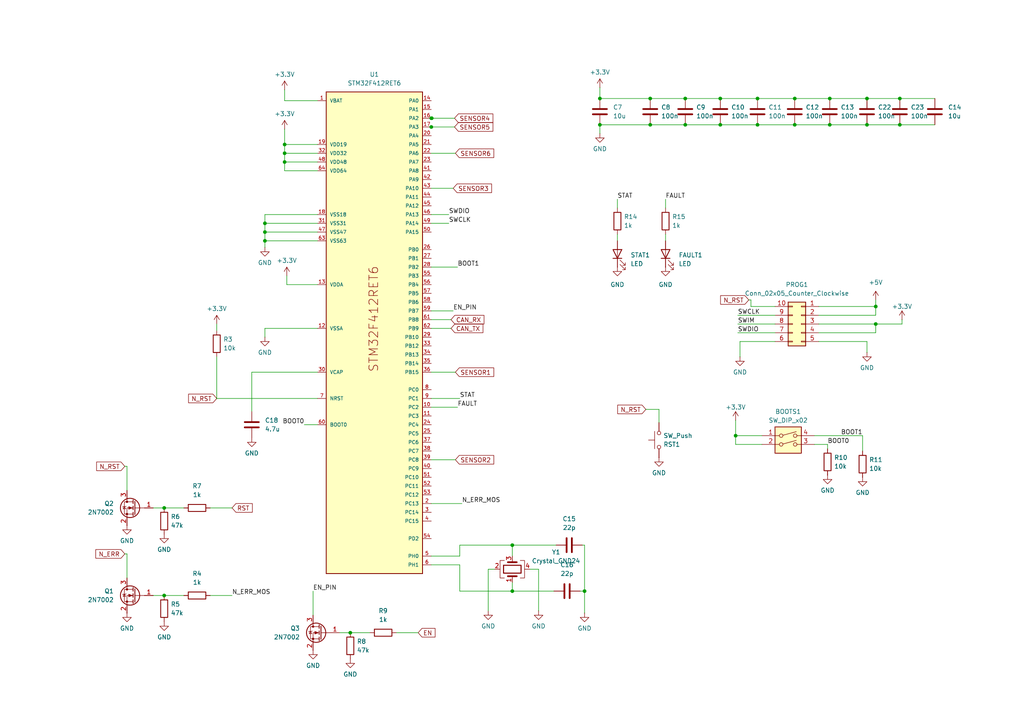
<source format=kicad_sch>
(kicad_sch (version 20231120) (generator "eeschema") (generator_version "8.0")
  (paper "A4")
  (lib_symbols
    (symbol "Connector_Generic:Conn_02x05_Counter_Clockwise" (pin_names (offset 1.016) hide)
      (property "Reference" "J" (at 1.27 7.62 0))
      (property "Value" "Conn_02x05_Counter_Clockwise" (at 1.27 -7.62 0))
      (symbol "Conn_02x05_Counter_Clockwise_1_1"
        (rectangle (start -1.27 -4.953) (end 0 -5.207) (stroke (width 0.1524)))
        (rectangle (start -1.27 -2.413) (end 0 -2.667) (stroke (width 0.1524)))
        (rectangle (start -1.27 0.127) (end 0 -0.127) (stroke (width 0.1524)))
        (rectangle (start -1.27 2.667) (end 0 2.413) (stroke (width 0.1524)))
        (rectangle (start -1.27 5.207) (end 0 4.953) (stroke (width 0.1524)))
        (rectangle (start -1.27 6.35) (end 3.81 -6.35) (stroke (width 0.254)) (fill (type background)))
        (rectangle (start 3.81 -4.953) (end 2.54 -5.207) (stroke (width 0.1524)))
        (rectangle (start 3.81 -2.413) (end 2.54 -2.667) (stroke (width 0.1524)))
        (rectangle (start 3.81 0.127) (end 2.54 -0.127) (stroke (width 0.1524)))
        (rectangle (start 3.81 2.667) (end 2.54 2.413) (stroke (width 0.1524)))
        (rectangle (start 3.81 5.207) (end 2.54 4.953) (stroke (width 0.1524)))
        (pin passive line (at -5.08 5.08 0) (length 3.81) (name "Pin_1") (number "1"))
        (pin passive line (at 7.62 5.08 180) (length 3.81) (name "Pin_10") (number "10"))
        (pin passive line (at -5.08 2.54 0) (length 3.81) (name "Pin_2") (number "2"))
        (pin passive line (at -5.08 0 0) (length 3.81) (name "Pin_3") (number "3"))
        (pin passive line (at -5.08 -2.54 0) (length 3.81) (name "Pin_4") (number "4"))
        (pin passive line (at -5.08 -5.08 0) (length 3.81) (name "Pin_5") (number "5"))
        (pin passive line (at 7.62 -5.08 180) (length 3.81) (name "Pin_6") (number "6"))
        (pin passive line (at 7.62 -2.54 180) (length 3.81) (name "Pin_7") (number "7"))
        (pin passive line (at 7.62 0 180) (length 3.81) (name "Pin_8") (number "8"))
        (pin passive line (at 7.62 2.54 180) (length 3.81) (name "Pin_9") (number "9"))
      )
    )
    (symbol "Device:C" (pin_numbers hide) (pin_names (offset 0.254))
      (property "Reference" "C" (at 0.635 2.54 0))
      (property "Value" "C" (at 0.635 -2.54 0))
      (symbol "C_0_1"
        (polyline (pts (xy -2.032 -0.762) (xy 2.032 -0.762)) (stroke (width 0.508)))
        (polyline (pts (xy -2.032 0.762) (xy 2.032 0.762)) (stroke (width 0.508)))
      )
      (symbol "C_1_1"
        (pin passive line (at 0 3.81 270) (length 2.794) (name "~") (number "1"))
        (pin passive line (at 0 -3.81 90) (length 2.794) (name "~") (number "2"))
      )
    )
    (symbol "Device:Crystal_GND24" (pin_names (offset 1.016) hide)
      (property "Reference" "Y" (at 3.175 5.08 0))
      (property "Value" "Crystal_GND24" (at 3.175 3.175 0))
      (symbol "Crystal_GND24_0_1"
        (rectangle (start -1.143 2.54) (end 1.143 -2.54) (stroke (width 0.3048)))
        (polyline (pts (xy -2.54 0) (xy -2.032 0)))
        (polyline (pts (xy -2.032 -1.27) (xy -2.032 1.27)) (stroke (width 0.508)))
        (polyline (pts (xy 0 -3.81) (xy 0 -3.556)))
        (polyline (pts (xy 0 3.556) (xy 0 3.81)))
        (polyline (pts (xy 2.032 -1.27) (xy 2.032 1.27)) (stroke (width 0.508)))
        (polyline (pts (xy 2.032 0) (xy 2.54 0)))
        (polyline (pts (xy -2.54 -2.286) (xy -2.54 -3.556) (xy 2.54 -3.556) (xy 2.54 -2.286)))
        (polyline (pts (xy -2.54 2.286) (xy -2.54 3.556) (xy 2.54 3.556) (xy 2.54 2.286)))
      )
      (symbol "Crystal_GND24_1_1"
        (pin passive line (at -3.81 0 0) (length 1.27) (name "1") (number "1"))
        (pin passive line (at 0 5.08 270) (length 1.27) (name "2") (number "2"))
        (pin passive line (at 3.81 0 180) (length 1.27) (name "3") (number "3"))
        (pin passive line (at 0 -5.08 90) (length 1.27) (name "4") (number "4"))
      )
    )
    (symbol "Device:LED" (pin_numbers hide) (pin_names (offset 1.016) hide)
      (property "Reference" "D" (at 0 2.54 0))
      (property "Value" "LED" (at 0 -2.54 0))
      (symbol "LED_0_1"
        (polyline (pts (xy -1.27 -1.27) (xy -1.27 1.27)) (stroke (width 0.254)))
        (polyline (pts (xy -1.27 0) (xy 1.27 0)))
        (polyline (pts (xy 1.27 -1.27) (xy 1.27 1.27) (xy -1.27 0) (xy 1.27 -1.27)) (stroke (width 0.254)))
        (polyline (pts (xy -3.048 -0.762) (xy -4.572 -2.286) (xy -3.81 -2.286) (xy -4.572 -2.286) (xy -4.572 -1.524)))
        (polyline (pts (xy -1.778 -0.762) (xy -3.302 -2.286) (xy -2.54 -2.286) (xy -3.302 -2.286) (xy -3.302 -1.524)))
      )
      (symbol "LED_1_1"
        (pin passive line (at -3.81 0 0) (length 2.54) (name "K") (number "1"))
        (pin passive line (at 3.81 0 180) (length 2.54) (name "A") (number "2"))
      )
    )
    (symbol "Device:R" (pin_numbers hide) (pin_names (offset 0))
      (property "Reference" "R" (at 2.032 0 90))
      (property "Value" "R" (at 0 0 90))
      (symbol "R_0_1"
        (rectangle (start -1.016 -2.54) (end 1.016 2.54) (stroke (width 0.254)))
      )
      (symbol "R_1_1"
        (pin passive line (at 0 3.81 270) (length 1.27) (name "~") (number "1"))
        (pin passive line (at 0 -3.81 90) (length 1.27) (name "~") (number "2"))
      )
    )
    (symbol "GND_1" (power) (pin_numbers hide) (pin_names (offset 0) hide)
      (property "Value" "GND" (at 0 -3.81 0))
      (symbol "GND_1_0_1"
        (polyline (pts (xy 0 0) (xy 0 -1.27) (xy 1.27 -1.27) (xy 0 -2.54) (xy -1.27 -1.27) (xy 0 -1.27)))
      )
      (symbol "GND_1_1_1"
        (pin power_in line (at 0 0 270) (length 0) (name "~") (number "1"))
      )
    )
    (symbol "STM32F412RET6:STM32F412RET6" (pin_names (offset 1.016))
      (property "Reference" "U" (at 0 140.208 0))
      (property "Value" "STM32F412RET6" (at 0 -2.54 0))
      (symbol "STM32F412RET6_0_0"
        (rectangle (start 0 0) (end 27.94 139.7) (stroke (width 0.254)) (fill (type background)))
        (text "STM32F412RET6" (at 15.24 58.42 900) (effects (font (size 2.54 2.54)) (justify left bottom)))
        (pin power_in line (at -2.54 137.16 0) (length 2.54) (name "VBAT") (number "1"))
        (pin bidirectional line (at 30.48 48.26 180) (length 2.54) (name "PC2") (number "10"))
        (pin bidirectional line (at 30.48 45.72 180) (length 2.54) (name "PC3") (number "11"))
        (pin power_in line (at -2.54 71.12 0) (length 2.54) (name "VSSA") (number "12"))
        (pin power_in line (at -2.54 83.82 0) (length 2.54) (name "VDDA") (number "13"))
        (pin bidirectional line (at 30.48 137.16 180) (length 2.54) (name "PA0") (number "14"))
        (pin bidirectional line (at 30.48 134.62 180) (length 2.54) (name "PA1") (number "15"))
        (pin bidirectional line (at 30.48 132.08 180) (length 2.54) (name "PA2") (number "16"))
        (pin bidirectional line (at 30.48 129.54 180) (length 2.54) (name "PA3") (number "17"))
        (pin power_in line (at -2.54 104.14 0) (length 2.54) (name "VSS18") (number "18"))
        (pin power_in line (at -2.54 124.46 0) (length 2.54) (name "VDD19") (number "19"))
        (pin bidirectional line (at 30.48 20.32 180) (length 2.54) (name "PC13") (number "2"))
        (pin bidirectional line (at 30.48 127 180) (length 2.54) (name "PA4") (number "20"))
        (pin bidirectional line (at 30.48 124.46 180) (length 2.54) (name "PA5") (number "21"))
        (pin bidirectional line (at 30.48 121.92 180) (length 2.54) (name "PA6") (number "22"))
        (pin bidirectional line (at 30.48 119.38 180) (length 2.54) (name "PA7") (number "23"))
        (pin bidirectional line (at 30.48 43.18 180) (length 2.54) (name "PC4") (number "24"))
        (pin bidirectional line (at 30.48 40.64 180) (length 2.54) (name "PC5") (number "25"))
        (pin bidirectional line (at 30.48 93.98 180) (length 2.54) (name "PB0") (number "26"))
        (pin bidirectional line (at 30.48 91.44 180) (length 2.54) (name "PB1") (number "27"))
        (pin bidirectional line (at 30.48 88.9 180) (length 2.54) (name "PB2") (number "28"))
        (pin bidirectional line (at 30.48 68.58 180) (length 2.54) (name "PB10") (number "29"))
        (pin bidirectional line (at 30.48 17.78 180) (length 2.54) (name "PC14") (number "3"))
        (pin power_in line (at -2.54 58.42 0) (length 2.54) (name "VCAP") (number "30"))
        (pin power_in line (at -2.54 101.6 0) (length 2.54) (name "VSS31") (number "31"))
        (pin power_in line (at -2.54 121.92 0) (length 2.54) (name "VDD32") (number "32"))
        (pin bidirectional line (at 30.48 66.04 180) (length 2.54) (name "PB12") (number "33"))
        (pin bidirectional line (at 30.48 63.5 180) (length 2.54) (name "PB13") (number "34"))
        (pin bidirectional line (at 30.48 60.96 180) (length 2.54) (name "PB14") (number "35"))
        (pin bidirectional line (at 30.48 58.42 180) (length 2.54) (name "PB15") (number "36"))
        (pin bidirectional line (at 30.48 38.1 180) (length 2.54) (name "PC6") (number "37"))
        (pin bidirectional line (at 30.48 35.56 180) (length 2.54) (name "PC7") (number "38"))
        (pin bidirectional line (at 30.48 33.02 180) (length 2.54) (name "PC8") (number "39"))
        (pin bidirectional line (at 30.48 15.24 180) (length 2.54) (name "PC15") (number "4"))
        (pin bidirectional line (at 30.48 30.48 180) (length 2.54) (name "PC9") (number "40"))
        (pin bidirectional line (at 30.48 116.84 180) (length 2.54) (name "PA8") (number "41"))
        (pin bidirectional line (at 30.48 114.3 180) (length 2.54) (name "PA9") (number "42"))
        (pin bidirectional line (at 30.48 111.76 180) (length 2.54) (name "PA10") (number "43"))
        (pin bidirectional line (at 30.48 109.22 180) (length 2.54) (name "PA11") (number "44"))
        (pin bidirectional line (at 30.48 106.68 180) (length 2.54) (name "PA12") (number "45"))
        (pin bidirectional line (at 30.48 104.14 180) (length 2.54) (name "PA13") (number "46"))
        (pin power_in line (at -2.54 99.06 0) (length 2.54) (name "VSS47") (number "47"))
        (pin power_in line (at -2.54 119.38 0) (length 2.54) (name "VDD48") (number "48"))
        (pin bidirectional line (at 30.48 101.6 180) (length 2.54) (name "PA14") (number "49"))
        (pin bidirectional line (at 30.48 5.08 180) (length 2.54) (name "PH0") (number "5"))
        (pin bidirectional line (at 30.48 99.06 180) (length 2.54) (name "PA15") (number "50"))
        (pin bidirectional line (at 30.48 27.94 180) (length 2.54) (name "PC10") (number "51"))
        (pin bidirectional line (at 30.48 25.4 180) (length 2.54) (name "PC11") (number "52"))
        (pin bidirectional line (at 30.48 22.86 180) (length 2.54) (name "PC12") (number "53"))
        (pin bidirectional line (at 30.48 10.16 180) (length 2.54) (name "PD2") (number "54"))
        (pin bidirectional line (at 30.48 86.36 180) (length 2.54) (name "PB3") (number "55"))
        (pin bidirectional line (at 30.48 83.82 180) (length 2.54) (name "PB4") (number "56"))
        (pin bidirectional line (at 30.48 81.28 180) (length 2.54) (name "PB5") (number "57"))
        (pin bidirectional line (at 30.48 78.74 180) (length 2.54) (name "PB6") (number "58"))
        (pin bidirectional line (at 30.48 76.2 180) (length 2.54) (name "PB7") (number "59"))
        (pin bidirectional line (at 30.48 2.54 180) (length 2.54) (name "PH1") (number "6"))
        (pin input line (at -2.54 43.18 0) (length 2.54) (name "BOOT0") (number "60"))
        (pin bidirectional line (at 30.48 73.66 180) (length 2.54) (name "PB8") (number "61"))
        (pin bidirectional line (at 30.48 71.12 180) (length 2.54) (name "PB9") (number "62"))
        (pin power_in line (at -2.54 96.52 0) (length 2.54) (name "VSS63") (number "63"))
        (pin power_in line (at -2.54 116.84 0) (length 2.54) (name "VDD64") (number "64"))
        (pin input line (at -2.54 50.8 0) (length 2.54) (name "NRST") (number "7"))
        (pin bidirectional line (at 30.48 53.34 180) (length 2.54) (name "PC0") (number "8"))
        (pin bidirectional line (at 30.48 50.8 180) (length 2.54) (name "PC1") (number "9"))
      )
    )
    (symbol "Switch:SW_DIP_x02" (pin_names (offset 0) hide)
      (property "Reference" "SW" (at 0 6.35 0))
      (property "Value" "SW_DIP_x02" (at 0 -3.81 0))
      (symbol "SW_DIP_x02_0_0"
        (circle (center -2.032 0) (radius 0.508))
        (circle (center -2.032 2.54) (radius 0.508))
        (polyline (pts (xy -1.524 0.127) (xy 2.3622 1.1684)))
        (polyline (pts (xy -1.524 2.667) (xy 2.3622 3.7084)))
        (circle (center 2.032 0) (radius 0.508))
        (circle (center 2.032 2.54) (radius 0.508))
      )
      (symbol "SW_DIP_x02_0_1"
        (rectangle (start -3.81 5.08) (end 3.81 -2.54) (stroke (width 0.254)) (fill (type background)))
      )
      (symbol "SW_DIP_x02_1_1"
        (pin passive line (at -7.62 2.54 0) (length 5.08) (name "~") (number "1"))
        (pin passive line (at -7.62 0 0) (length 5.08) (name "~") (number "2"))
        (pin passive line (at 7.62 0 180) (length 5.08) (name "~") (number "3"))
        (pin passive line (at 7.62 2.54 180) (length 5.08) (name "~") (number "4"))
      )
    )
    (symbol "Switch:SW_Push" (pin_numbers hide) (pin_names (offset 1.016) hide)
      (property "Reference" "SW" (at 1.27 2.54 0))
      (property "Value" "SW_Push" (at 0 -1.524 0))
      (symbol "SW_Push_0_1"
        (circle (center -2.032 0) (radius 0.508))
        (polyline (pts (xy 0 1.27) (xy 0 3.048)))
        (polyline (pts (xy 2.54 1.27) (xy -2.54 1.27)))
        (circle (center 2.032 0) (radius 0.508))
        (pin passive line (at -5.08 0 0) (length 2.54) (name "1") (number "1"))
        (pin passive line (at 5.08 0 180) (length 2.54) (name "2") (number "2"))
      )
    )
    (symbol "Transistor_FET:2N7002" (pin_names hide)
      (property "Reference" "Q" (at 5.08 1.905 0))
      (property "Value" "2N7002" (at 5.08 0 0))
      (symbol "2N7002_0_1"
        (polyline (pts (xy 0.254 0) (xy -2.54 0)))
        (polyline (pts (xy 0.254 1.905) (xy 0.254 -1.905)) (stroke (width 0.254)))
        (polyline (pts (xy 0.762 -1.27) (xy 0.762 -2.286)) (stroke (width 0.254)))
        (polyline (pts (xy 0.762 0.508) (xy 0.762 -0.508)) (stroke (width 0.254)))
        (polyline (pts (xy 0.762 2.286) (xy 0.762 1.27)) (stroke (width 0.254)))
        (polyline (pts (xy 2.54 2.54) (xy 2.54 1.778)))
        (polyline (pts (xy 2.54 -2.54) (xy 2.54 0) (xy 0.762 0)))
        (polyline (pts (xy 0.762 -1.778) (xy 3.302 -1.778) (xy 3.302 1.778) (xy 0.762 1.778)))
        (polyline (pts (xy 1.016 0) (xy 2.032 0.381) (xy 2.032 -0.381) (xy 1.016 0)) (fill (type outline)))
        (polyline (pts (xy 2.794 0.508) (xy 2.921 0.381) (xy 3.683 0.381) (xy 3.81 0.254)))
        (polyline (pts (xy 3.302 0.381) (xy 2.921 -0.254) (xy 3.683 -0.254) (xy 3.302 0.381)))
        (circle (center 1.651 0) (radius 2.794) (stroke (width 0.254)))
        (circle (center 2.54 -1.778) (radius 0.254) (fill (type outline)))
        (circle (center 2.54 1.778) (radius 0.254) (fill (type outline)))
      )
      (symbol "2N7002_1_1"
        (pin input line (at -5.08 0 0) (length 2.54) (name "G") (number "1"))
        (pin passive line (at 2.54 -5.08 90) (length 2.54) (name "S") (number "2"))
        (pin passive line (at 2.54 5.08 270) (length 2.54) (name "D") (number "3"))
      )
    )
    (symbol "power:+3.3V" (power) (pin_numbers hide) (pin_names (offset 0) hide)
      (property "Value" "+3.3V" (at 0 3.556 0))
      (symbol "+3.3V_0_1"
        (polyline (pts (xy -0.762 1.27) (xy 0 2.54)))
        (polyline (pts (xy 0 0) (xy 0 2.54)))
        (polyline (pts (xy 0 2.54) (xy 0.762 1.27)))
      )
      (symbol "+3.3V_1_1"
        (pin power_in line (at 0 0 90) (length 0) (name "~") (number "1"))
      )
    )
    (symbol "power:GND" (power) (pin_numbers hide) (pin_names (offset 0) hide)
      (property "Value" "GND" (at 0 -3.81 0))
      (symbol "GND_0_1"
        (polyline (pts (xy 0 0) (xy 0 -1.27) (xy 1.27 -1.27) (xy 0 -2.54) (xy -1.27 -1.27) (xy 0 -1.27)))
      )
      (symbol "GND_1_1"
        (pin power_in line (at 0 0 270) (length 0) (name "~") (number "1"))
      )
    )
  )
  (junction (at 101.6 183.515))
  (junction (at 230.505 28.575))
  (junction (at 169.545 171.45))
  (junction (at 125.095 36.83))
  (junction (at 47.625 147.32))
  (junction (at 254 88.9))
  (junction (at 260.985 36.195))
  (junction (at 125.095 34.29))
  (junction (at 260.985 28.575))
  (junction (at 47.625 172.72))
  (junction (at 219.71 36.195))
  (junction (at 76.835 64.77))
  (junction (at 76.835 69.85))
  (junction (at 188.595 28.575))
  (junction (at 82.55 44.45))
  (junction (at 208.915 28.575))
  (junction (at 173.99 36.195))
  (junction (at 148.59 171.45))
  (junction (at 198.755 36.195))
  (junction (at 125.222 34.29))
  (junction (at 213.36 126.365))
  (junction (at 208.915 36.195))
  (junction (at 240.665 28.575))
  (junction (at 219.71 28.575))
  (junction (at 251.46 28.575))
  (junction (at 240.665 36.195))
  (junction (at 188.595 36.195))
  (junction (at 173.99 28.575))
  (junction (at 251.46 36.195))
  (junction (at 148.59 158.115))
  (junction (at 76.835 67.31))
  (junction (at 230.505 36.195))
  (junction (at 254 93.98))
  (junction (at 82.55 46.99))
  (junction (at 82.55 41.91))
  (junction (at 198.755 28.575))
  (wire (pts (xy 133.35 171.45) (xy 148.59 171.45)))
  (wire (pts (xy 124.714 36.576) (xy 124.714 36.83)))
  (wire (pts (xy 125.095 95.25) (xy 130.81 95.25)))
  (wire (pts (xy 73.025 119.38) (xy 73.025 107.95)))
  (wire (pts (xy 133.35 158.115) (xy 148.59 158.115)))
  (wire (pts (xy 36.83 135.255) (xy 36.195 135.255)))
  (wire (pts (xy 213.995 91.44) (xy 224.79 91.44)))
  (wire (pts (xy 213.36 128.905) (xy 213.36 126.365)))
  (wire (pts (xy 191.135 118.745) (xy 191.135 122.555)))
  (wire (pts (xy 148.59 171.45) (xy 160.655 171.45)))
  (wire (pts (xy 83.185 80.01) (xy 83.185 82.55)))
  (wire (pts (xy 131.826 36.83) (xy 125.095 36.83)))
  (wire (pts (xy 173.99 28.575) (xy 188.595 28.575)))
  (wire (pts (xy 36.83 160.655) (xy 36.195 160.655)))
  (wire (pts (xy 125.095 163.83) (xy 133.35 163.83)))
  (wire (pts (xy 82.55 26.035) (xy 82.55 29.21)))
  (wire (pts (xy 217.805 88.9) (xy 224.79 88.9)))
  (wire (pts (xy 92.075 46.99) (xy 82.55 46.99)))
  (wire (pts (xy 168.275 171.45) (xy 169.545 171.45)))
  (wire (pts (xy 173.99 25.4) (xy 173.99 28.575)))
  (wire (pts (xy 125.095 92.71) (xy 130.81 92.71)))
  (wire (pts (xy 125.095 62.23) (xy 130.175 62.23)))
  (wire (pts (xy 125.222 34.036) (xy 125.222 34.29)))
  (wire (pts (xy 47.625 172.72) (xy 53.34 172.72)))
  (wire (pts (xy 214.63 99.06) (xy 214.63 103.505)))
  (wire (pts (xy 92.075 49.53) (xy 82.55 49.53)))
  (wire (pts (xy 124.968 34.29) (xy 125.095 34.29)))
  (wire (pts (xy 213.36 121.92) (xy 213.36 126.365)))
  (wire (pts (xy 213.995 93.98) (xy 224.79 93.98)))
  (wire (pts (xy 125.095 115.57) (xy 133.35 115.57)))
  (wire (pts (xy 251.46 36.195) (xy 260.985 36.195)))
  (wire (pts (xy 98.425 183.515) (xy 101.6 183.515)))
  (wire (pts (xy 260.985 28.575) (xy 271.145 28.575)))
  (wire (pts (xy 213.36 126.365) (xy 220.98 126.365)))
  (wire (pts (xy 156.21 165.1) (xy 156.21 177.165)))
  (wire (pts (xy 250.19 126.365) (xy 250.19 130.81)))
  (wire (pts (xy 125.095 161.29) (xy 133.35 161.29)))
  (wire (pts (xy 198.755 28.575) (xy 208.915 28.575)))
  (wire (pts (xy 36.83 167.64) (xy 36.83 160.655)))
  (wire (pts (xy 82.55 44.45) (xy 82.55 41.91)))
  (wire (pts (xy 125.222 34.29) (xy 131.826 34.29)))
  (wire (pts (xy 237.49 96.52) (xy 254 96.52)))
  (wire (pts (xy 260.985 36.195) (xy 271.145 36.195)))
  (wire (pts (xy 62.865 115.57) (xy 92.075 115.57)))
  (wire (pts (xy 179.07 67.945) (xy 179.07 69.85)))
  (wire (pts (xy 76.835 67.31) (xy 76.835 69.85)))
  (wire (pts (xy 125.095 146.05) (xy 133.985 146.05)))
  (wire (pts (xy 141.605 177.165) (xy 141.605 165.1)))
  (wire (pts (xy 73.025 107.95) (xy 92.075 107.95)))
  (wire (pts (xy 261.62 93.98) (xy 254 93.98)))
  (wire (pts (xy 101.6 183.515) (xy 107.315 183.515)))
  (wire (pts (xy 76.835 64.77) (xy 92.075 64.77)))
  (wire (pts (xy 188.595 28.575) (xy 198.755 28.575)))
  (wire (pts (xy 214.63 99.06) (xy 224.79 99.06)))
  (wire (pts (xy 62.865 103.505) (xy 62.865 115.57)))
  (wire (pts (xy 76.835 95.25) (xy 76.835 97.79)))
  (wire (pts (xy 169.545 171.45) (xy 169.545 177.8)))
  (wire (pts (xy 254 88.9) (xy 254 91.44)))
  (wire (pts (xy 125.095 107.95) (xy 132.08 107.95)))
  (wire (pts (xy 230.505 28.575) (xy 240.665 28.575)))
  (wire (pts (xy 220.98 128.905) (xy 213.36 128.905)))
  (wire (pts (xy 133.35 161.29) (xy 133.35 158.115)))
  (wire (pts (xy 148.59 171.45) (xy 148.59 168.91)))
  (wire (pts (xy 133.35 163.83) (xy 133.35 171.45)))
  (wire (pts (xy 179.07 57.785) (xy 179.07 60.325)))
  (wire (pts (xy 230.505 36.195) (xy 240.665 36.195)))
  (wire (pts (xy 188.595 36.195) (xy 198.755 36.195)))
  (wire (pts (xy 82.55 41.91) (xy 82.55 37.465)))
  (wire (pts (xy 125.095 90.17) (xy 131.445 90.17)))
  (wire (pts (xy 125.095 133.35) (xy 132.08 133.35)))
  (wire (pts (xy 125.095 44.45) (xy 132.08 44.45)))
  (wire (pts (xy 76.835 69.85) (xy 92.075 69.85)))
  (wire (pts (xy 168.91 158.115) (xy 169.545 158.115)))
  (wire (pts (xy 125.095 118.11) (xy 132.715 118.11)))
  (wire (pts (xy 60.96 147.32) (xy 67.31 147.32)))
  (wire (pts (xy 125.095 64.77) (xy 130.175 64.77)))
  (wire (pts (xy 236.22 128.905) (xy 240.03 128.905)))
  (wire (pts (xy 44.45 172.72) (xy 47.625 172.72)))
  (wire (pts (xy 237.49 88.9) (xy 254 88.9)))
  (wire (pts (xy 76.835 71.755) (xy 76.835 69.85)))
  (wire (pts (xy 193.04 67.945) (xy 193.04 69.85)))
  (wire (pts (xy 76.835 64.77) (xy 76.835 67.31)))
  (wire (pts (xy 148.59 158.115) (xy 161.29 158.115)))
  (wire (pts (xy 254 88.9) (xy 254 86.995)))
  (wire (pts (xy 88.265 123.19) (xy 92.075 123.19)))
  (wire (pts (xy 92.075 95.25) (xy 76.835 95.25)))
  (wire (pts (xy 82.55 49.53) (xy 82.55 46.99)))
  (wire (pts (xy 148.59 158.115) (xy 148.59 161.29)))
  (wire (pts (xy 213.995 96.52) (xy 224.79 96.52)))
  (wire (pts (xy 198.755 36.195) (xy 208.915 36.195)))
  (wire (pts (xy 217.805 86.995) (xy 217.805 88.9)))
  (wire (pts (xy 237.49 99.06) (xy 251.46 99.06)))
  (wire (pts (xy 114.935 183.515) (xy 121.285 183.515)))
  (wire (pts (xy 83.185 82.55) (xy 92.075 82.55)))
  (wire (pts (xy 208.915 28.575) (xy 219.71 28.575)))
  (wire (pts (xy 240.665 28.575) (xy 251.46 28.575)))
  (wire (pts (xy 237.49 93.98) (xy 254 93.98)))
  (wire (pts (xy 217.17 86.995) (xy 217.805 86.995)))
  (wire (pts (xy 125.095 77.47) (xy 132.715 77.47)))
  (wire (pts (xy 125.095 54.61) (xy 131.445 54.61)))
  (wire (pts (xy 141.605 165.1) (xy 143.51 165.1)))
  (wire (pts (xy 254 96.52) (xy 254 93.98)))
  (wire (pts (xy 240.03 128.905) (xy 240.03 130.175)))
  (wire (pts (xy 125.095 36.83) (xy 124.714 36.83)))
  (wire (pts (xy 125.095 34.29) (xy 125.222 34.29)))
  (wire (pts (xy 76.835 67.31) (xy 92.075 67.31)))
  (wire (pts (xy 236.22 126.365) (xy 250.19 126.365)))
  (wire (pts (xy 36.83 142.24) (xy 36.83 135.255)))
  (wire (pts (xy 82.55 29.21) (xy 92.075 29.21)))
  (wire (pts (xy 47.625 147.32) (xy 53.34 147.32)))
  (wire (pts (xy 92.075 44.45) (xy 82.55 44.45)))
  (wire (pts (xy 76.835 62.23) (xy 76.835 64.77)))
  (wire (pts (xy 82.55 46.99) (xy 82.55 44.45)))
  (wire (pts (xy 251.46 99.06) (xy 251.46 102.235)))
  (wire (pts (xy 219.71 36.195) (xy 230.505 36.195)))
  (wire (pts (xy 219.71 28.575) (xy 230.505 28.575)))
  (wire (pts (xy 169.545 158.115) (xy 169.545 171.45)))
  (wire (pts (xy 92.075 62.23) (xy 76.835 62.23)))
  (wire (pts (xy 153.67 165.1) (xy 156.21 165.1)))
  (wire (pts (xy 193.04 57.785) (xy 193.04 60.325)))
  (wire (pts (xy 240.665 36.195) (xy 251.46 36.195)))
  (wire (pts (xy 60.96 172.72) (xy 67.31 172.72)))
  (wire (pts (xy 90.805 178.435) (xy 90.805 171.45)))
  (wire (pts (xy 62.865 93.98) (xy 62.865 95.885)))
  (wire (pts (xy 173.99 36.195) (xy 173.99 38.735)))
  (wire (pts (xy 261.62 93.98) (xy 261.62 92.71)))
  (wire (pts (xy 188.595 36.195) (xy 173.99 36.195)))
  (wire (pts (xy 251.46 28.575) (xy 260.985 28.575)))
  (wire (pts (xy 92.075 41.91) (xy 82.55 41.91)))
  (wire (pts (xy 208.915 36.195) (xy 219.71 36.195)))
  (wire (pts (xy 187.325 118.745) (xy 191.135 118.745)))
  (wire (pts (xy 44.45 147.32) (xy 47.625 147.32)))
  (wire (pts (xy 237.49 91.44) (xy 254 91.44)))
  (label "SWCLK" (at 213.995 91.44 0))
  (label "BOOT1" (at 250.19 126.365 180))
  (label "FAULT" (at 193.04 57.785 0))
  (label "EN_PIN" (at 90.805 171.45 0))
  (label "SWCLK" (at 130.175 64.77 0))
  (label "EN_PIN" (at 131.445 90.17 0))
  (label "SWDIO" (at 130.175 62.23 0))
  (label "STAT" (at 133.35 115.57 0))
  (label "SWDIO" (at 213.995 96.52 0))
  (label "N_ERR_MOS" (at 67.31 172.72 0))
  (label "STAT" (at 179.07 57.785 0))
  (label "FAULT" (at 132.715 118.11 0))
  (label "BOOT0" (at 240.03 128.905 0))
  (label "N_ERR_MOS" (at 133.985 146.05 0))
  (label "SWIM" (at 213.995 93.98 0))
  (label "BOOT0" (at 88.265 123.19 180))
  (label "BOOT1" (at 132.715 77.47 0))
  (global_label "N_RST" (shape input) (at 217.17 86.995 180) (property "Intersheetrefs" "${INTERSHEET_REFS}" (effects (hide yes))))
  (global_label "CAN_RX" (shape input) (at 130.81 92.71 0) (property "Intersheetrefs" "${INTERSHEET_REFS}" (effects (hide yes))))
  (global_label "CAN_TX" (shape input) (at 130.81 95.25 0) (property "Intersheetrefs" "${INTERSHEET_REFS}" (effects (hide yes))))
  (global_label "SENSOR5" (shape input) (at 131.826 36.83 0) (property "Intersheetrefs" "${INTERSHEET_REFS}" (effects (hide yes))))
  (global_label "SENSOR1" (shape input) (at 132.08 107.95 0) (property "Intersheetrefs" "${INTERSHEET_REFS}" (effects (hide yes))))
  (global_label "SENSOR3" (shape input) (at 131.445 54.61 0) (property "Intersheetrefs" "${INTERSHEET_REFS}" (effects (hide yes))))
  (global_label "N_RST" (shape input) (at 187.325 118.745 180) (property "Intersheetrefs" "${INTERSHEET_REFS}" (effects (hide yes))))
  (global_label "SENSOR2" (shape input) (at 132.08 133.35 0) (property "Intersheetrefs" "${INTERSHEET_REFS}" (effects (hide yes))))
  (global_label "N_RST" (shape input) (at 36.195 135.255 180) (property "Intersheetrefs" "${INTERSHEET_REFS}" (effects (hide yes))))
  (global_label "SENSOR4" (shape input) (at 131.826 34.29 0) (property "Intersheetrefs" "${INTERSHEET_REFS}" (effects (hide yes))))
  (global_label "SENSOR6" (shape input) (at 132.08 44.45 0) (property "Intersheetrefs" "${INTERSHEET_REFS}" (effects (hide yes))))
  (global_label "RST" (shape input) (at 67.31 147.32 0) (property "Intersheetrefs" "${INTERSHEET_REFS}" (effects (hide yes))))
  (global_label "EN" (shape input) (at 121.285 183.515 0) (property "Intersheetrefs" "${INTERSHEET_REFS}" (effects (hide yes))))
  (global_label "N_RST" (shape input) (at 62.865 115.57 180) (property "Intersheetrefs" "${INTERSHEET_REFS}" (effects (hide yes))))
  (global_label "N_ERR" (shape input) (at 36.195 160.655 180) (property "Intersheetrefs" "${INTERSHEET_REFS}" (effects (hide yes))))
  (symbol (lib_id "power:+3.3V") (at 254 86.995 0) (unit 1)
    (property "Reference" "#PWR036" (effects (hide yes)))
    (property "Value" "+5V" (at 254 81.915 0))
  )
  (symbol (lib_id "power:GND") (at 250.19 138.43 0) (unit 1)
    (property "Reference" "#PWR041" (effects (hide yes)))
    (property "Value" "GND" (at 250.19 142.875 0))
    (property "Description" "Power symbol creates a global label with name \"GND\" , ground" (effects (hide yes)))
  )
  (symbol (lib_id "power:GND") (at 76.835 97.79 0) (unit 1)
    (property "Reference" "#PWR022" (effects (hide yes)))
    (property "Value" "GND" (at 76.835 102.235 0))
    (property "Description" "Power symbol creates a global label with name \"GND\" , ground" (effects (hide yes)))
  )
  (symbol (lib_id "power:GND") (at 240.03 137.795 0) (unit 1)
    (property "Reference" "#PWR040" (effects (hide yes)))
    (property "Value" "GND" (at 240.03 142.24 0))
    (property "Description" "Power symbol creates a global label with name \"GND\" , ground" (effects (hide yes)))
  )
  (symbol (lib_id "Device:C") (at 208.915 32.385 0) (unit 1)
    (property "Reference" "C10" (at 212.09 31.1149 0) (effects (justify left)))
    (property "Value" "100n" (at 212.09 33.6549 0) (effects (justify left)))
    (property "Footprint" "Capacitor_SMD:C_0603_1608Metric_Pad1.08x0.95mm_HandSolder" (effects (hide yes)))
    (property "Description" "Unpolarized capacitor" (effects (hide yes)))
  )
  (symbol (lib_id "power:GND") (at 191.135 132.715 0) (unit 1)
    (property "Reference" "#PWR043" (effects (hide yes)))
    (property "Value" "GND" (at 191.135 137.16 0))
    (property "Description" "Power symbol creates a global label with name \"GND\" , ground" (effects (hide yes)))
  )
  (symbol (lib_id "Device:C") (at 165.1 158.115 90) (unit 1)
    (property "Reference" "C15" (at 165.1 150.495 90))
    (property "Value" "22p" (at 165.1 153.035 90))
    (property "Footprint" "Capacitor_SMD:C_0603_1608Metric_Pad1.08x0.95mm_HandSolder" (effects (hide yes)))
    (property "Description" "Unpolarized capacitor" (effects (hide yes)))
  )
  (symbol (lib_id "power:+3.3V") (at 83.185 80.01 0) (unit 1)
    (property "Reference" "#PWR019" (effects (hide yes)))
    (property "Value" "+3.3V" (at 83.185 75.565 0))
    (property "Description" "Power symbol creates a global label with name \"+3.3V\"" (effects (hide yes)))
  )
  (symbol (lib_id "Device:R") (at 111.125 183.515 90) (unit 1)
    (property "Reference" "R9" (at 111.125 177.165 90))
    (property "Value" "1k" (at 111.125 179.705 90))
    (property "Footprint" "Resistor_SMD:R_0603_1608Metric_Pad0.98x0.95mm_HandSolder" (effects (hide yes)))
    (property "Description" "Resistor" (effects (hide yes)))
  )
  (symbol (lib_id "power:+3.3V") (at 82.55 26.035 0) (unit 1)
    (property "Reference" "#PWR018" (effects (hide yes)))
    (property "Value" "+3.3V" (at 82.55 21.59 0))
    (property "Description" "Power symbol creates a global label with name \"+3.3V\"" (effects (hide yes)))
  )
  (symbol (lib_id "power:GND") (at 214.63 103.505 0) (unit 1)
    (property "Reference" "#PWR034" (effects (hide yes)))
    (property "Value" "GND" (at 214.63 107.95 0))
    (property "Description" "Power symbol creates a global label with name \"GND\" , ground" (effects (hide yes)))
  )
  (symbol (lib_id "Device:C") (at 240.665 32.385 0) (unit 1)
    (property "Reference" "C13" (at 243.84 31.1149 0) (effects (justify left)))
    (property "Value" "100n" (at 243.84 33.6549 0) (effects (justify left)))
    (property "Footprint" "Capacitor_SMD:C_0603_1608Metric_Pad1.08x0.95mm_HandSolder" (effects (hide yes)))
    (property "Description" "Unpolarized capacitor" (effects (hide yes)))
  )
  (symbol (lib_id "Device:LED") (at 193.04 73.66 90) (unit 1)
    (property "Reference" "FAULT1" (at 196.85 73.9774 90) (effects (justify right)))
    (property "Value" "LED" (at 196.85 76.5174 90) (effects (justify right)))
    (property "Footprint" "LED_SMD:LED_0805_2012Metric_Pad1.15x1.40mm_HandSolder" (effects (hide yes)))
    (property "Description" "Light emitting diode" (effects (hide yes)))
  )
  (symbol (lib_id "power:GND") (at 47.625 154.94 0) (mirror y) (unit 1)
    (property "Reference" "#PWR033" (effects (hide yes)))
    (property "Value" "GND" (at 47.625 159.385 0))
    (property "Description" "Power symbol creates a global label with name \"GND\" , ground" (effects (hide yes)))
  )
  (symbol (lib_id "power:GND") (at 76.835 71.755 0) (unit 1)
    (property "Reference" "#PWR021" (effects (hide yes)))
    (property "Value" "GND" (at 76.835 76.2 0))
    (property "Description" "Power symbol creates a global label with name \"GND\" , ground" (effects (hide yes)))
  )
  (symbol (lib_id "Device:R") (at 57.15 147.32 90) (unit 1)
    (property "Reference" "R7" (at 57.15 140.97 90))
    (property "Value" "1k" (at 57.15 143.51 90))
    (property "Footprint" "Resistor_SMD:R_0603_1608Metric_Pad0.98x0.95mm_HandSolder" (effects (hide yes)))
    (property "Description" "Resistor" (effects (hide yes)))
  )
  (symbol (lib_id "Device:C") (at 251.46 32.385 0) (unit 1)
    (property "Reference" "C22" (at 254.635 31.1149 0) (effects (justify left)))
    (property "Value" "100n" (at 254.635 33.6549 0) (effects (justify left)))
    (property "Footprint" "Capacitor_SMD:C_0603_1608Metric_Pad1.08x0.95mm_HandSolder" (effects (hide yes)))
    (property "Description" "Unpolarized capacitor" (effects (hide yes)))
  )
  (symbol (lib_id "Device:LED") (at 179.07 73.66 90) (unit 1)
    (property "Reference" "STAT1" (at 182.88 73.9774 90) (effects (justify right)))
    (property "Value" "LED" (at 182.88 76.5174 90) (effects (justify right)))
    (property "Footprint" "LED_SMD:LED_0805_2012Metric_Pad1.15x1.40mm_HandSolder" (effects (hide yes)))
    (property "Description" "Light emitting diode" (effects (hide yes)))
  )
  (symbol (lib_id "power:GND") (at 73.025 127 0) (unit 1)
    (property "Reference" "#PWR015" (effects (hide yes)))
    (property "Value" "GND" (at 73.025 131.445 0))
    (property "Description" "Power symbol creates a global label with name \"GND\" , ground" (effects (hide yes)))
  )
  (symbol (lib_id "power:GND") (at 169.545 177.8 0) (unit 1)
    (property "Reference" "#PWR028" (effects (hide yes)))
    (property "Value" "GND" (at 169.545 182.245 0))
    (property "Description" "Power symbol creates a global label with name \"GND\" , ground" (effects (hide yes)))
  )
  (symbol (lib_id "Device:R") (at 47.625 151.13 180) (unit 1)
    (property "Reference" "R6" (at 49.53 149.8599 0) (effects (justify right)))
    (property "Value" "47k" (at 49.53 152.3999 0) (effects (justify right)))
    (property "Footprint" "Resistor_SMD:R_0603_1608Metric_Pad0.98x0.95mm_HandSolder" (effects (hide yes)))
    (property "Description" "Resistor" (effects (hide yes)))
  )
  (symbol (lib_id "power:GND") (at 251.46 102.235 0) (unit 1)
    (property "Reference" "#PWR035" (effects (hide yes)))
    (property "Value" "GND" (at 251.46 106.68 0))
    (property "Description" "Power symbol creates a global label with name \"GND\" , ground" (effects (hide yes)))
  )
  (symbol (lib_id "Device:C") (at 230.505 32.385 0) (unit 1)
    (property "Reference" "C12" (at 233.68 31.1149 0) (effects (justify left)))
    (property "Value" "100n" (at 233.68 33.6549 0) (effects (justify left)))
    (property "Footprint" "Capacitor_SMD:C_0603_1608Metric_Pad1.08x0.95mm_HandSolder" (effects (hide yes)))
    (property "Description" "Unpolarized capacitor" (effects (hide yes)))
  )
  (symbol (lib_id "power:GND") (at 173.99 38.735 0) (unit 1)
    (property "Reference" "#PWR025" (effects (hide yes)))
    (property "Value" "GND" (at 173.99 43.18 0))
    (property "Description" "Power symbol creates a global label with name \"GND\" , ground" (effects (hide yes)))
  )
  (symbol (lib_id "power:GND") (at 141.605 177.165 0) (unit 1)
    (property "Reference" "#PWR026" (effects (hide yes)))
    (property "Value" "GND" (at 141.605 181.61 0))
    (property "Description" "Power symbol creates a global label with name \"GND\" , ground" (effects (hide yes)))
  )
  (symbol (lib_id "Device:C") (at 271.145 32.385 0) (unit 1)
    (property "Reference" "C14" (at 274.955 31.1149 0) (effects (justify left)))
    (property "Value" "10u" (at 274.955 33.6549 0) (effects (justify left)))
    (property "Footprint" "Capacitor_SMD:C_0805_2012Metric_Pad1.18x1.45mm_HandSolder" (effects (hide yes)))
    (property "Description" "Unpolarized capacitor" (effects (hide yes)))
  )
  (symbol (lib_id "Transistor_FET:2N7002") (at 93.345 183.515 0) (mirror y) (unit 1)
    (property "Reference" "Q3" (at 86.995 182.2449 0) (effects (justify left)))
    (property "Value" "2N7002" (at 86.995 184.7849 0) (effects (justify left)))
    (property "Footprint" "Package_TO_SOT_SMD:SOT-23" (effects (hide yes)))
    (property "Datasheet" "https://www.onsemi.com/pub/Collateral/NDS7002A-D.PDF" (effects (hide yes)))
    (property "Description" "0.115A Id, 60V Vds, N-Channel MOSFET, SOT-23" (effects (hide yes)))
  )
  (symbol (lib_id "power:GND") (at 47.625 180.34 0) (mirror y) (unit 1)
    (property "Reference" "#PWR031" (effects (hide yes)))
    (property "Value" "GND" (at 47.625 184.785 0))
    (property "Description" "Power symbol creates a global label with name \"GND\" , ground" (effects (hide yes)))
  )
  (symbol (lib_id "Device:R") (at 47.625 176.53 180) (unit 1)
    (property "Reference" "R5" (at 49.53 175.2599 0) (effects (justify right)))
    (property "Value" "47k" (at 49.53 177.7999 0) (effects (justify right)))
    (property "Footprint" "Resistor_SMD:R_0603_1608Metric_Pad0.98x0.95mm_HandSolder" (effects (hide yes)))
    (property "Description" "Resistor" (effects (hide yes)))
  )
  (symbol (lib_id "Device:R") (at 101.6 187.325 180) (unit 1)
    (property "Reference" "R8" (at 103.505 186.0549 0) (effects (justify right)))
    (property "Value" "47k" (at 103.505 188.5949 0) (effects (justify right)))
    (property "Footprint" "Resistor_SMD:R_0603_1608Metric_Pad0.98x0.95mm_HandSolder" (effects (hide yes)))
    (property "Description" "Resistor" (effects (hide yes)))
  )
  (symbol (lib_id "power:GND") (at 36.83 152.4 0) (mirror y) (unit 1)
    (property "Reference" "#PWR032" (effects (hide yes)))
    (property "Value" "GND" (at 36.83 156.845 0))
    (property "Description" "Power symbol creates a global label with name \"GND\" , ground" (effects (hide yes)))
  )
  (symbol (lib_id "Device:R") (at 62.865 99.695 0) (unit 1)
    (property "Reference" "R3" (at 64.77 98.4249 0) (effects (justify left)))
    (property "Value" "10k" (at 64.77 100.9649 0) (effects (justify left)))
    (property "Footprint" "Resistor_SMD:R_0603_1608Metric_Pad0.98x0.95mm_HandSolder" (effects (hide yes)))
    (property "Description" "Resistor" (effects (hide yes)))
  )
  (symbol (lib_id "Switch:SW_Push") (at 191.135 127.635 90) (mirror x) (unit 1)
    (property "Reference" "RST1" (at 192.405 128.9051 90) (effects (justify right)))
    (property "Value" "SW_Push" (at 192.405 126.3651 90) (effects (justify right)))
    (property "Footprint" "Button_Switch_THT:SW_Tactile_SPST_Angled_PTS645Vx39-2LFS" (effects (hide yes)))
    (property "Description" "Push button switch, generic, two pins" (effects (hide yes)))
  )
  (symbol (lib_id "power:+3.3V") (at 173.99 25.4 0) (unit 1)
    (property "Reference" "#PWR024" (effects (hide yes)))
    (property "Value" "+3.3V" (at 173.99 20.955 0))
    (property "Description" "Power symbol creates a global label with name \"+3.3V\"" (effects (hide yes)))
  )
  (symbol (lib_id "STM32F412RET6:STM32F412RET6") (at 94.615 166.37 0) (unit 1)
    (property "Reference" "U1" (at 108.585 21.59 0))
    (property "Value" "STM32F412RET6" (at 108.585 24.13 0))
    (property "Footprint" "STM32F412RET6:LQFP-10X10-64" (effects (hide yes)))
    (property "MF" "STMicroelectronics" (effects (hide yes)))
    (property "Description_1" "\nARM® Cortex®-M4 STM32F4 Microcontroller IC 32-Bit Single-Core 100MHz 512KB (512K x 8) FLASH 64-LQFP (10x10)\n" (effects (hide yes)))
    (property "Package" "LQFP-64 STMicroelectronics" (effects (hide yes)))
    (property "Price" "None" (effects (hide yes)))
    (property "SnapEDA_Link" "https://www.snapeda.com/parts/STM32F412RET6/STMicroelectronics/view-part/?ref=snap" (effects (hide yes)))
    (property "MP" "STM32F412RET6" (effects (hide yes)))
    (property "Purchase-URL" "https://www.snapeda.com/api/url_track_click_mouser/?unipart_id=643795&manufacturer=STMicroelectronics&part_name=STM32F412RET6&search_term=stm32f412ret6" (effects (hide yes)))
    (property "Availability" "In Stock" (effects (hide yes)))
    (property "Check_prices" "https://www.snapeda.com/parts/STM32F412RET6/STMicroelectronics/view-part/?ref=eda" (effects (hide yes)))
  )
  (symbol (lib_id "power:GND") (at 156.21 177.165 0) (unit 1)
    (property "Reference" "#PWR027" (effects (hide yes)))
    (property "Value" "GND" (at 156.21 181.61 0))
    (property "Description" "Power symbol creates a global label with name \"GND\" , ground" (effects (hide yes)))
  )
  (symbol (lib_id "power:GND") (at 90.805 188.595 0) (mirror y) (unit 1)
    (property "Reference" "#PWR038" (effects (hide yes)))
    (property "Value" "GND" (at 90.805 193.04 0))
    (property "Description" "Power symbol creates a global label with name \"GND\" , ground" (effects (hide yes)))
  )
  (symbol (lib_id "Device:C") (at 188.595 32.385 0) (unit 1)
    (property "Reference" "C8" (at 191.77 31.1149 0) (effects (justify left)))
    (property "Value" "100n" (at 191.77 33.6549 0) (effects (justify left)))
    (property "Footprint" "Capacitor_SMD:C_0603_1608Metric_Pad1.08x0.95mm_HandSolder" (effects (hide yes)))
    (property "Description" "Unpolarized capacitor" (effects (hide yes)))
  )
  (symbol (lib_id "Device:C") (at 219.71 32.385 0) (unit 1)
    (property "Reference" "C11" (at 222.885 31.1149 0) (effects (justify left)))
    (property "Value" "100n" (at 222.885 33.6549 0) (effects (justify left)))
    (property "Footprint" "Capacitor_SMD:C_0603_1608Metric_Pad1.08x0.95mm_HandSolder" (effects (hide yes)))
    (property "Description" "Unpolarized capacitor" (effects (hide yes)))
  )
  (symbol (lib_id "Device:R") (at 193.04 64.135 0) (unit 1)
    (property "Reference" "R15" (at 194.945 62.8649 0) (effects (justify left)))
    (property "Value" "1k" (at 194.945 65.4049 0) (effects (justify left)))
    (property "Footprint" "Resistor_SMD:R_0603_1608Metric_Pad0.98x0.95mm_HandSolder" (effects (hide yes)))
    (property "Description" "Resistor" (effects (hide yes)))
  )
  (symbol (lib_id "Switch:SW_DIP_x02") (at 228.6 128.905 0) (unit 1)
    (property "Reference" "BOOTS1" (at 228.6 119.38 0))
    (property "Value" "SW_DIP_x02" (at 228.6 121.92 0))
    (property "Footprint" "Button_Switch_SMD:SW_DIP_SPSTx02_Slide_6.7x6.64mm_W8.61mm_P2.54mm_LowProfile" (effects (hide yes)))
    (property "Description" "2x DIP Switch, Single Pole Single Throw (SPST) switch, small symbol" (effects (hide yes)))
  )
  (symbol (lib_id "power:+3.3V") (at 62.865 93.98 0) (unit 1)
    (property "Reference" "#PWR023" (effects (hide yes)))
    (property "Value" "+3.3V" (at 62.865 89.535 0))
    (property "Description" "Power symbol creates a global label with name \"+3.3V\"" (effects (hide yes)))
  )
  (symbol (lib_name "GND_1") (lib_id "power:GND") (at 193.04 77.47 0) (unit 1)
    (property "Reference" "#PWR071" (effects (hide yes)))
    (property "Value" "GND" (at 193.04 82.55 0))
    (property "Description" "Power symbol creates a global label with name \"GND\" , ground" (effects (hide yes)))
  )
  (symbol (lib_id "power:GND") (at 36.83 177.8 0) (mirror y) (unit 1)
    (property "Reference" "#PWR016" (effects (hide yes)))
    (property "Value" "GND" (at 36.83 182.245 0))
    (property "Description" "Power symbol creates a global label with name \"GND\" , ground" (effects (hide yes)))
  )
  (symbol (lib_id "Device:C") (at 173.99 32.385 0) (unit 1)
    (property "Reference" "C7" (at 177.8 31.1149 0) (effects (justify left)))
    (property "Value" "10u" (at 177.8 33.6549 0) (effects (justify left)))
    (property "Footprint" "Capacitor_SMD:C_0805_2012Metric_Pad1.18x1.45mm_HandSolder" (effects (hide yes)))
    (property "Description" "Unpolarized capacitor" (effects (hide yes)))
  )
  (symbol (lib_id "power:GND") (at 101.6 191.135 0) (mirror y) (unit 1)
    (property "Reference" "#PWR039" (effects (hide yes)))
    (property "Value" "GND" (at 101.6 195.58 0))
    (property "Description" "Power symbol creates a global label with name \"GND\" , ground" (effects (hide yes)))
  )
  (symbol (lib_id "Transistor_FET:2N7002") (at 39.37 147.32 0) (mirror y) (unit 1)
    (property "Reference" "Q2" (at 33.02 146.0499 0) (effects (justify left)))
    (property "Value" "2N7002" (at 33.02 148.5899 0) (effects (justify left)))
    (property "Footprint" "Package_TO_SOT_SMD:SOT-23" (effects (hide yes)))
    (property "Datasheet" "https://www.onsemi.com/pub/Collateral/NDS7002A-D.PDF" (effects (hide yes)))
    (property "Description" "0.115A Id, 60V Vds, N-Channel MOSFET, SOT-23" (effects (hide yes)))
  )
  (symbol (lib_id "Device:Crystal_GND24") (at 148.59 165.1 90) (unit 1)
    (property "Reference" "Y1" (at 161.29 160.1468 90))
    (property "Value" "Crystal_GND24" (at 161.29 162.6868 90))
    (property "Footprint" "Crystal:Crystal_SMD_2520-4Pin_2.5x2.0mm" (effects (hide yes)))
    (property "Description" "Four pin crystal, GND on pins 2 and 4" (effects (hide yes)))
  )
  (symbol (lib_id "Connector_Generic:Conn_02x05_Counter_Clockwise") (at 232.41 93.98 0) (mirror y) (unit 1)
    (property "Reference" "PROG1" (at 231.14 82.55 0))
    (property "Value" "Conn_02x05_Counter_Clockwise" (at 231.14 85.09 0))
    (property "Footprint" "Connector_IDC:IDC-Header_2x05_P2.54mm_Horizontal" (effects (hide yes)))
    (property "Description" "Generic connector, double row, 02x05, counter clockwise pin numbering scheme (similar to DIP package numbering), script generated (kicad-library-utils/schlib/autogen/connector/)" (effects (hide yes)))
  )
  (symbol (lib_id "Device:R") (at 57.15 172.72 90) (unit 1)
    (property "Reference" "R4" (at 57.15 166.37 90))
    (property "Value" "1k" (at 57.15 168.91 90))
    (property "Footprint" "Resistor_SMD:R_0603_1608Metric_Pad0.98x0.95mm_HandSolder" (effects (hide yes)))
    (property "Description" "Resistor" (effects (hide yes)))
  )
  (symbol (lib_id "Device:R") (at 179.07 64.135 0) (unit 1)
    (property "Reference" "R14" (at 180.975 62.8649 0) (effects (justify left)))
    (property "Value" "1k" (at 180.975 65.4049 0) (effects (justify left)))
    (property "Footprint" "Resistor_SMD:R_0603_1608Metric_Pad0.98x0.95mm_HandSolder" (effects (hide yes)))
    (property "Description" "Resistor" (effects (hide yes)))
  )
  (symbol (lib_id "power:+3.3V") (at 261.62 92.71 0) (unit 1)
    (property "Reference" "#PWR037" (effects (hide yes)))
    (property "Value" "+3.3V" (at 261.62 88.9 0))
  )
  (symbol (lib_id "Transistor_FET:2N7002") (at 39.37 172.72 0) (mirror y) (unit 1)
    (property "Reference" "Q1" (at 33.02 171.4499 0) (effects (justify left)))
    (property "Value" "2N7002" (at 33.02 173.9899 0) (effects (justify left)))
    (property "Footprint" "Package_TO_SOT_SMD:SOT-23" (effects (hide yes)))
    (property "Datasheet" "https://www.onsemi.com/pub/Collateral/NDS7002A-D.PDF" (effects (hide yes)))
    (property "Description" "0.115A Id, 60V Vds, N-Channel MOSFET, SOT-23" (effects (hide yes)))
  )
  (symbol (lib_id "Device:R") (at 240.03 133.985 0) (unit 1)
    (property "Reference" "R10" (at 241.935 132.7149 0) (effects (justify left)))
    (property "Value" "10k" (at 241.935 135.2549 0) (effects (justify left)))
    (property "Footprint" "Resistor_SMD:R_0603_1608Metric_Pad0.98x0.95mm_HandSolder" (effects (hide yes)))
    (property "Description" "Resistor" (effects (hide yes)))
  )
  (symbol (lib_id "power:+3.3V") (at 82.55 37.465 0) (unit 1)
    (property "Reference" "#PWR020" (effects (hide yes)))
    (property "Value" "+3.3V" (at 82.55 33.02 0))
    (property "Description" "Power symbol creates a global label with name \"+3.3V\"" (effects (hide yes)))
  )
  (symbol (lib_name "GND_1") (lib_id "power:GND") (at 179.07 77.47 0) (unit 1)
    (property "Reference" "#PWR069" (effects (hide yes)))
    (property "Value" "GND" (at 179.07 82.55 0))
    (property "Description" "Power symbol creates a global label with name \"GND\" , ground" (effects (hide yes)))
  )
  (symbol (lib_id "Device:C") (at 260.985 32.385 0) (unit 1)
    (property "Reference" "C23" (at 264.16 31.1149 0) (effects (justify left)))
    (property "Value" "100n" (at 264.16 33.6549 0) (effects (justify left)))
    (property "Footprint" "Capacitor_SMD:C_0603_1608Metric_Pad1.08x0.95mm_HandSolder" (effects (hide yes)))
    (property "Description" "Unpolarized capacitor" (effects (hide yes)))
  )
  (symbol (lib_id "Device:C") (at 198.755 32.385 0) (unit 1)
    (property "Reference" "C9" (at 201.93 31.1149 0) (effects (justify left)))
    (property "Value" "100n" (at 201.93 33.6549 0) (effects (justify left)))
    (property "Footprint" "Capacitor_SMD:C_0603_1608Metric_Pad1.08x0.95mm_HandSolder" (effects (hide yes)))
    (property "Description" "Unpolarized capacitor" (effects (hide yes)))
  )
  (symbol (lib_id "Device:C") (at 164.465 171.45 90) (unit 1)
    (property "Reference" "C16" (at 164.465 163.83 90))
    (property "Value" "22p" (at 164.465 166.37 90))
    (property "Footprint" "Capacitor_SMD:C_0603_1608Metric_Pad1.08x0.95mm_HandSolder" (effects (hide yes)))
    (property "Description" "Unpolarized capacitor" (effects (hide yes)))
  )
  (symbol (lib_id "power:+3.3V") (at 213.36 121.92 0) (unit 1)
    (property "Reference" "#PWR042" (effects (hide yes)))
    (property "Value" "+3.3V" (at 213.36 118.11 0))
  )
  (symbol (lib_id "Device:C") (at 73.025 123.19 0) (unit 1)
    (property "Reference" "C18" (at 76.835 121.9199 0) (effects (justify left)))
    (property "Value" "4.7u" (at 76.835 124.4599 0) (effects (justify left)))
    (property "Footprint" "Capacitor_SMD:C_0805_2012Metric_Pad1.18x1.45mm_HandSolder" (effects (hide yes)))
    (property "Description" "Unpolarized capacitor" (effects (hide yes)))
  )
  (symbol (lib_id "Device:R") (at 250.19 134.62 0) (unit 1)
    (property "Reference" "R11" (at 252.095 133.3499 0) (effects (justify left)))
    (property "Value" "10k" (at 252.095 135.8899 0) (effects (justify left)))
    (property "Footprint" "Resistor_SMD:R_0603_1608Metric_Pad0.98x0.95mm_HandSolder" (effects (hide yes)))
    (property "Description" "Resistor" (effects (hide yes)))
  )
)
</source>
